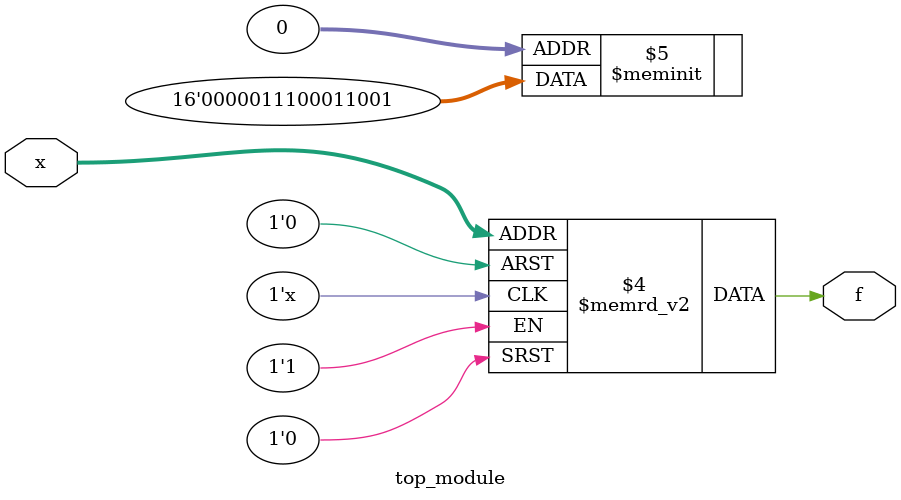
<source format=sv>
module top_module (
    input [4:1] x,
    output logic f
);

always_comb begin
    case ({x[4], x[3], x[2], x[1]})
        4'b0000: f = 1'b1;
        4'b0011: f = 1'b1;
        4'b0100: f = 1'b1;
        4'b0111: f = 1'b0;
        4'b1000: f = 1'b1;
        4'b1001: f = 1'b1;
        4'b1010: f = 1'b1;
        4'b1011: f = 1'b0;
        default: f = 1'b0;
    endcase
end

endmodule

</source>
